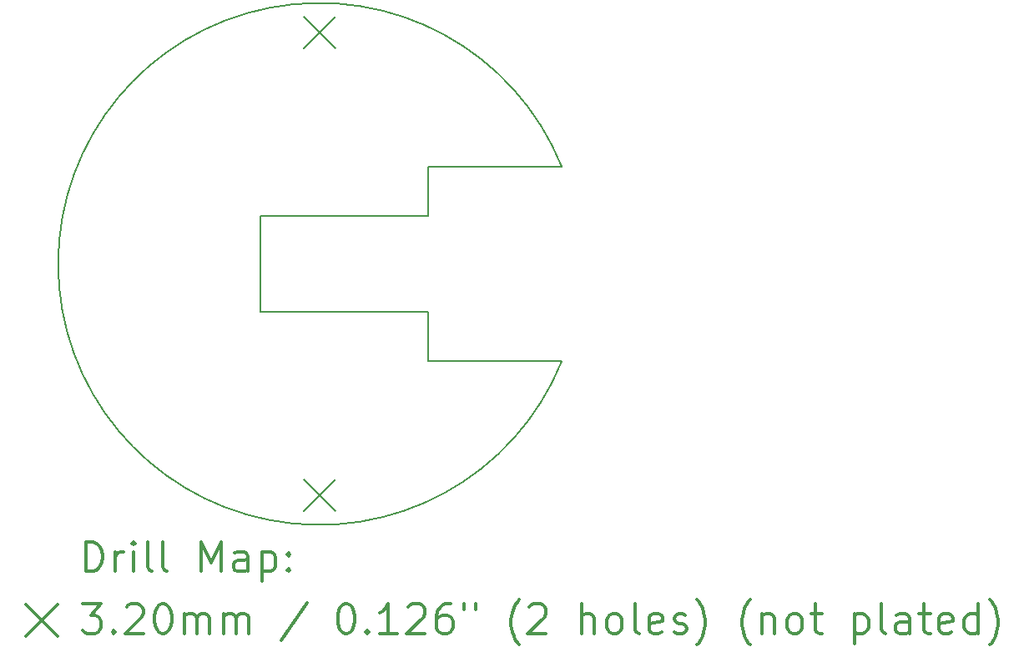
<source format=gbr>
%FSLAX45Y45*%
G04 Gerber Fmt 4.5, Leading zero omitted, Abs format (unit mm)*
G04 Created by KiCad (PCBNEW (5.0.2)-1) date 24/03/2019 18:15:22*
%MOMM*%
%LPD*%
G01*
G04 APERTURE LIST*
%ADD10C,0.150000*%
%ADD11C,0.200000*%
%ADD12C,0.300000*%
G04 APERTURE END LIST*
D10*
X5067200Y4355200D02*
X5067200Y4855245D01*
X3367200Y4355200D02*
X5067200Y4355200D01*
X5067200Y3375200D02*
X5067200Y2875155D01*
X3367200Y3375200D02*
X5067200Y3375200D01*
X6425311Y4855245D02*
G75*
G03X1317200Y3865200I-2458111J-990045D01*
G01*
X5067200Y2875155D02*
X6425311Y2875155D01*
X6425311Y2875155D02*
G75*
G02X1317200Y3865200I-2458111J990045D01*
G01*
X5067200Y4855245D02*
X6425311Y4855245D01*
X3367200Y4355200D02*
X3367200Y3375200D01*
D11*
X3807200Y6375200D02*
X4127200Y6055200D01*
X4127200Y6375200D02*
X3807200Y6055200D01*
X3807200Y1675200D02*
X4127200Y1355200D01*
X4127200Y1675200D02*
X3807200Y1355200D01*
D12*
X1596128Y741986D02*
X1596128Y1041986D01*
X1667557Y1041986D01*
X1710414Y1027700D01*
X1738986Y999128D01*
X1753271Y970557D01*
X1767557Y913414D01*
X1767557Y870557D01*
X1753271Y813414D01*
X1738986Y784843D01*
X1710414Y756271D01*
X1667557Y741986D01*
X1596128Y741986D01*
X1896128Y741986D02*
X1896128Y941986D01*
X1896128Y884843D02*
X1910414Y913414D01*
X1924700Y927700D01*
X1953271Y941986D01*
X1981843Y941986D01*
X2081843Y741986D02*
X2081843Y941986D01*
X2081843Y1041986D02*
X2067557Y1027700D01*
X2081843Y1013414D01*
X2096128Y1027700D01*
X2081843Y1041986D01*
X2081843Y1013414D01*
X2267557Y741986D02*
X2238986Y756271D01*
X2224700Y784843D01*
X2224700Y1041986D01*
X2424700Y741986D02*
X2396128Y756271D01*
X2381843Y784843D01*
X2381843Y1041986D01*
X2767557Y741986D02*
X2767557Y1041986D01*
X2867557Y827700D01*
X2967557Y1041986D01*
X2967557Y741986D01*
X3238986Y741986D02*
X3238986Y899128D01*
X3224700Y927700D01*
X3196128Y941986D01*
X3138986Y941986D01*
X3110414Y927700D01*
X3238986Y756271D02*
X3210414Y741986D01*
X3138986Y741986D01*
X3110414Y756271D01*
X3096128Y784843D01*
X3096128Y813414D01*
X3110414Y841986D01*
X3138986Y856271D01*
X3210414Y856271D01*
X3238986Y870557D01*
X3381843Y941986D02*
X3381843Y641986D01*
X3381843Y927700D02*
X3410414Y941986D01*
X3467557Y941986D01*
X3496128Y927700D01*
X3510414Y913414D01*
X3524700Y884843D01*
X3524700Y799128D01*
X3510414Y770557D01*
X3496128Y756271D01*
X3467557Y741986D01*
X3410414Y741986D01*
X3381843Y756271D01*
X3653271Y770557D02*
X3667557Y756271D01*
X3653271Y741986D01*
X3638986Y756271D01*
X3653271Y770557D01*
X3653271Y741986D01*
X3653271Y927700D02*
X3667557Y913414D01*
X3653271Y899128D01*
X3638986Y913414D01*
X3653271Y927700D01*
X3653271Y899128D01*
X989700Y407700D02*
X1309700Y87700D01*
X1309700Y407700D02*
X989700Y87700D01*
X1567557Y411986D02*
X1753271Y411986D01*
X1653271Y297700D01*
X1696128Y297700D01*
X1724700Y283414D01*
X1738986Y269129D01*
X1753271Y240557D01*
X1753271Y169129D01*
X1738986Y140557D01*
X1724700Y126271D01*
X1696128Y111986D01*
X1610414Y111986D01*
X1581843Y126271D01*
X1567557Y140557D01*
X1881843Y140557D02*
X1896128Y126271D01*
X1881843Y111986D01*
X1867557Y126271D01*
X1881843Y140557D01*
X1881843Y111986D01*
X2010414Y383414D02*
X2024700Y397700D01*
X2053271Y411986D01*
X2124700Y411986D01*
X2153271Y397700D01*
X2167557Y383414D01*
X2181843Y354843D01*
X2181843Y326271D01*
X2167557Y283414D01*
X1996128Y111986D01*
X2181843Y111986D01*
X2367557Y411986D02*
X2396128Y411986D01*
X2424700Y397700D01*
X2438986Y383414D01*
X2453271Y354843D01*
X2467557Y297700D01*
X2467557Y226271D01*
X2453271Y169129D01*
X2438986Y140557D01*
X2424700Y126271D01*
X2396128Y111986D01*
X2367557Y111986D01*
X2338986Y126271D01*
X2324700Y140557D01*
X2310414Y169129D01*
X2296128Y226271D01*
X2296128Y297700D01*
X2310414Y354843D01*
X2324700Y383414D01*
X2338986Y397700D01*
X2367557Y411986D01*
X2596128Y111986D02*
X2596128Y311986D01*
X2596128Y283414D02*
X2610414Y297700D01*
X2638986Y311986D01*
X2681843Y311986D01*
X2710414Y297700D01*
X2724700Y269129D01*
X2724700Y111986D01*
X2724700Y269129D02*
X2738986Y297700D01*
X2767557Y311986D01*
X2810414Y311986D01*
X2838986Y297700D01*
X2853271Y269129D01*
X2853271Y111986D01*
X2996128Y111986D02*
X2996128Y311986D01*
X2996128Y283414D02*
X3010414Y297700D01*
X3038986Y311986D01*
X3081843Y311986D01*
X3110414Y297700D01*
X3124700Y269129D01*
X3124700Y111986D01*
X3124700Y269129D02*
X3138986Y297700D01*
X3167557Y311986D01*
X3210414Y311986D01*
X3238986Y297700D01*
X3253271Y269129D01*
X3253271Y111986D01*
X3838986Y426271D02*
X3581843Y40557D01*
X4224700Y411986D02*
X4253271Y411986D01*
X4281843Y397700D01*
X4296128Y383414D01*
X4310414Y354843D01*
X4324700Y297700D01*
X4324700Y226271D01*
X4310414Y169129D01*
X4296128Y140557D01*
X4281843Y126271D01*
X4253271Y111986D01*
X4224700Y111986D01*
X4196128Y126271D01*
X4181843Y140557D01*
X4167557Y169129D01*
X4153271Y226271D01*
X4153271Y297700D01*
X4167557Y354843D01*
X4181843Y383414D01*
X4196128Y397700D01*
X4224700Y411986D01*
X4453271Y140557D02*
X4467557Y126271D01*
X4453271Y111986D01*
X4438986Y126271D01*
X4453271Y140557D01*
X4453271Y111986D01*
X4753271Y111986D02*
X4581843Y111986D01*
X4667557Y111986D02*
X4667557Y411986D01*
X4638986Y369128D01*
X4610414Y340557D01*
X4581843Y326271D01*
X4867557Y383414D02*
X4881843Y397700D01*
X4910414Y411986D01*
X4981843Y411986D01*
X5010414Y397700D01*
X5024700Y383414D01*
X5038986Y354843D01*
X5038986Y326271D01*
X5024700Y283414D01*
X4853271Y111986D01*
X5038986Y111986D01*
X5296128Y411986D02*
X5238986Y411986D01*
X5210414Y397700D01*
X5196128Y383414D01*
X5167557Y340557D01*
X5153271Y283414D01*
X5153271Y169129D01*
X5167557Y140557D01*
X5181843Y126271D01*
X5210414Y111986D01*
X5267557Y111986D01*
X5296128Y126271D01*
X5310414Y140557D01*
X5324700Y169129D01*
X5324700Y240557D01*
X5310414Y269129D01*
X5296128Y283414D01*
X5267557Y297700D01*
X5210414Y297700D01*
X5181843Y283414D01*
X5167557Y269129D01*
X5153271Y240557D01*
X5438986Y411986D02*
X5438986Y354843D01*
X5553271Y411986D02*
X5553271Y354843D01*
X5996128Y-2300D02*
X5981843Y11986D01*
X5953271Y54843D01*
X5938986Y83414D01*
X5924700Y126271D01*
X5910414Y197700D01*
X5910414Y254843D01*
X5924700Y326271D01*
X5938986Y369128D01*
X5953271Y397700D01*
X5981843Y440557D01*
X5996128Y454843D01*
X6096128Y383414D02*
X6110414Y397700D01*
X6138986Y411986D01*
X6210414Y411986D01*
X6238986Y397700D01*
X6253271Y383414D01*
X6267557Y354843D01*
X6267557Y326271D01*
X6253271Y283414D01*
X6081843Y111986D01*
X6267557Y111986D01*
X6624700Y111986D02*
X6624700Y411986D01*
X6753271Y111986D02*
X6753271Y269129D01*
X6738986Y297700D01*
X6710414Y311986D01*
X6667557Y311986D01*
X6638986Y297700D01*
X6624700Y283414D01*
X6938986Y111986D02*
X6910414Y126271D01*
X6896128Y140557D01*
X6881843Y169129D01*
X6881843Y254843D01*
X6896128Y283414D01*
X6910414Y297700D01*
X6938986Y311986D01*
X6981843Y311986D01*
X7010414Y297700D01*
X7024700Y283414D01*
X7038986Y254843D01*
X7038986Y169129D01*
X7024700Y140557D01*
X7010414Y126271D01*
X6981843Y111986D01*
X6938986Y111986D01*
X7210414Y111986D02*
X7181843Y126271D01*
X7167557Y154843D01*
X7167557Y411986D01*
X7438986Y126271D02*
X7410414Y111986D01*
X7353271Y111986D01*
X7324700Y126271D01*
X7310414Y154843D01*
X7310414Y269129D01*
X7324700Y297700D01*
X7353271Y311986D01*
X7410414Y311986D01*
X7438986Y297700D01*
X7453271Y269129D01*
X7453271Y240557D01*
X7310414Y211986D01*
X7567557Y126271D02*
X7596128Y111986D01*
X7653271Y111986D01*
X7681843Y126271D01*
X7696128Y154843D01*
X7696128Y169129D01*
X7681843Y197700D01*
X7653271Y211986D01*
X7610414Y211986D01*
X7581843Y226271D01*
X7567557Y254843D01*
X7567557Y269129D01*
X7581843Y297700D01*
X7610414Y311986D01*
X7653271Y311986D01*
X7681843Y297700D01*
X7796128Y-2300D02*
X7810414Y11986D01*
X7838986Y54843D01*
X7853271Y83414D01*
X7867557Y126271D01*
X7881843Y197700D01*
X7881843Y254843D01*
X7867557Y326271D01*
X7853271Y369128D01*
X7838986Y397700D01*
X7810414Y440557D01*
X7796128Y454843D01*
X8338986Y-2300D02*
X8324700Y11986D01*
X8296128Y54843D01*
X8281843Y83414D01*
X8267557Y126271D01*
X8253271Y197700D01*
X8253271Y254843D01*
X8267557Y326271D01*
X8281843Y369128D01*
X8296128Y397700D01*
X8324700Y440557D01*
X8338986Y454843D01*
X8453271Y311986D02*
X8453271Y111986D01*
X8453271Y283414D02*
X8467557Y297700D01*
X8496128Y311986D01*
X8538986Y311986D01*
X8567557Y297700D01*
X8581843Y269129D01*
X8581843Y111986D01*
X8767557Y111986D02*
X8738986Y126271D01*
X8724700Y140557D01*
X8710414Y169129D01*
X8710414Y254843D01*
X8724700Y283414D01*
X8738986Y297700D01*
X8767557Y311986D01*
X8810414Y311986D01*
X8838986Y297700D01*
X8853271Y283414D01*
X8867557Y254843D01*
X8867557Y169129D01*
X8853271Y140557D01*
X8838986Y126271D01*
X8810414Y111986D01*
X8767557Y111986D01*
X8953271Y311986D02*
X9067557Y311986D01*
X8996128Y411986D02*
X8996128Y154843D01*
X9010414Y126271D01*
X9038986Y111986D01*
X9067557Y111986D01*
X9396128Y311986D02*
X9396128Y11986D01*
X9396128Y297700D02*
X9424700Y311986D01*
X9481843Y311986D01*
X9510414Y297700D01*
X9524700Y283414D01*
X9538986Y254843D01*
X9538986Y169129D01*
X9524700Y140557D01*
X9510414Y126271D01*
X9481843Y111986D01*
X9424700Y111986D01*
X9396128Y126271D01*
X9710414Y111986D02*
X9681843Y126271D01*
X9667557Y154843D01*
X9667557Y411986D01*
X9953271Y111986D02*
X9953271Y269129D01*
X9938986Y297700D01*
X9910414Y311986D01*
X9853271Y311986D01*
X9824700Y297700D01*
X9953271Y126271D02*
X9924700Y111986D01*
X9853271Y111986D01*
X9824700Y126271D01*
X9810414Y154843D01*
X9810414Y183414D01*
X9824700Y211986D01*
X9853271Y226271D01*
X9924700Y226271D01*
X9953271Y240557D01*
X10053271Y311986D02*
X10167557Y311986D01*
X10096128Y411986D02*
X10096128Y154843D01*
X10110414Y126271D01*
X10138986Y111986D01*
X10167557Y111986D01*
X10381843Y126271D02*
X10353271Y111986D01*
X10296128Y111986D01*
X10267557Y126271D01*
X10253271Y154843D01*
X10253271Y269129D01*
X10267557Y297700D01*
X10296128Y311986D01*
X10353271Y311986D01*
X10381843Y297700D01*
X10396128Y269129D01*
X10396128Y240557D01*
X10253271Y211986D01*
X10653271Y111986D02*
X10653271Y411986D01*
X10653271Y126271D02*
X10624700Y111986D01*
X10567557Y111986D01*
X10538986Y126271D01*
X10524700Y140557D01*
X10510414Y169129D01*
X10510414Y254843D01*
X10524700Y283414D01*
X10538986Y297700D01*
X10567557Y311986D01*
X10624700Y311986D01*
X10653271Y297700D01*
X10767557Y-2300D02*
X10781843Y11986D01*
X10810414Y54843D01*
X10824700Y83414D01*
X10838986Y126271D01*
X10853271Y197700D01*
X10853271Y254843D01*
X10838986Y326271D01*
X10824700Y369128D01*
X10810414Y397700D01*
X10781843Y440557D01*
X10767557Y454843D01*
M02*

</source>
